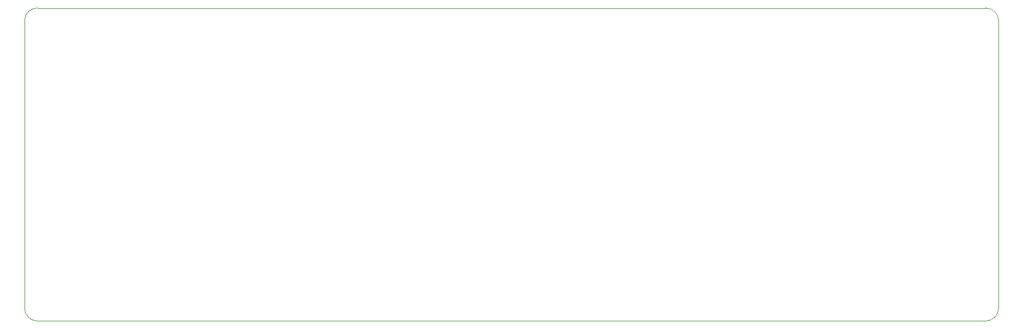
<source format=gbr>
%TF.GenerationSoftware,KiCad,Pcbnew,9.0.1*%
%TF.CreationDate,2025-10-08T12:17:04+01:00*%
%TF.ProjectId,WEASEL_KiCad_virtualModMatrix,57454153-454c-45f4-9b69-4361645f7669,rev?*%
%TF.SameCoordinates,Original*%
%TF.FileFunction,Profile,NP*%
%FSLAX46Y46*%
G04 Gerber Fmt 4.6, Leading zero omitted, Abs format (unit mm)*
G04 Created by KiCad (PCBNEW 9.0.1) date 2025-10-08 12:17:04*
%MOMM*%
%LPD*%
G01*
G04 APERTURE LIST*
%TA.AperFunction,Profile*%
%ADD10C,0.050000*%
%TD*%
G04 APERTURE END LIST*
D10*
X171000000Y-74500000D02*
G75*
G02*
X169000000Y-76500000I-2000000J0D01*
G01*
X22000000Y-76500000D02*
G75*
G02*
X20000000Y-74500000I0J2000000D01*
G01*
X169000000Y-28000000D02*
G75*
G02*
X171000000Y-30000000I0J-2000000D01*
G01*
X20000000Y-30000000D02*
G75*
G02*
X22000000Y-28000000I2000000J0D01*
G01*
X171000000Y-30000000D02*
X171000000Y-74500000D01*
X20000000Y-74500000D02*
X20000000Y-30000000D01*
X169000000Y-76500000D02*
X22000000Y-76500000D01*
X22000000Y-28000000D02*
X169000000Y-28000000D01*
M02*

</source>
